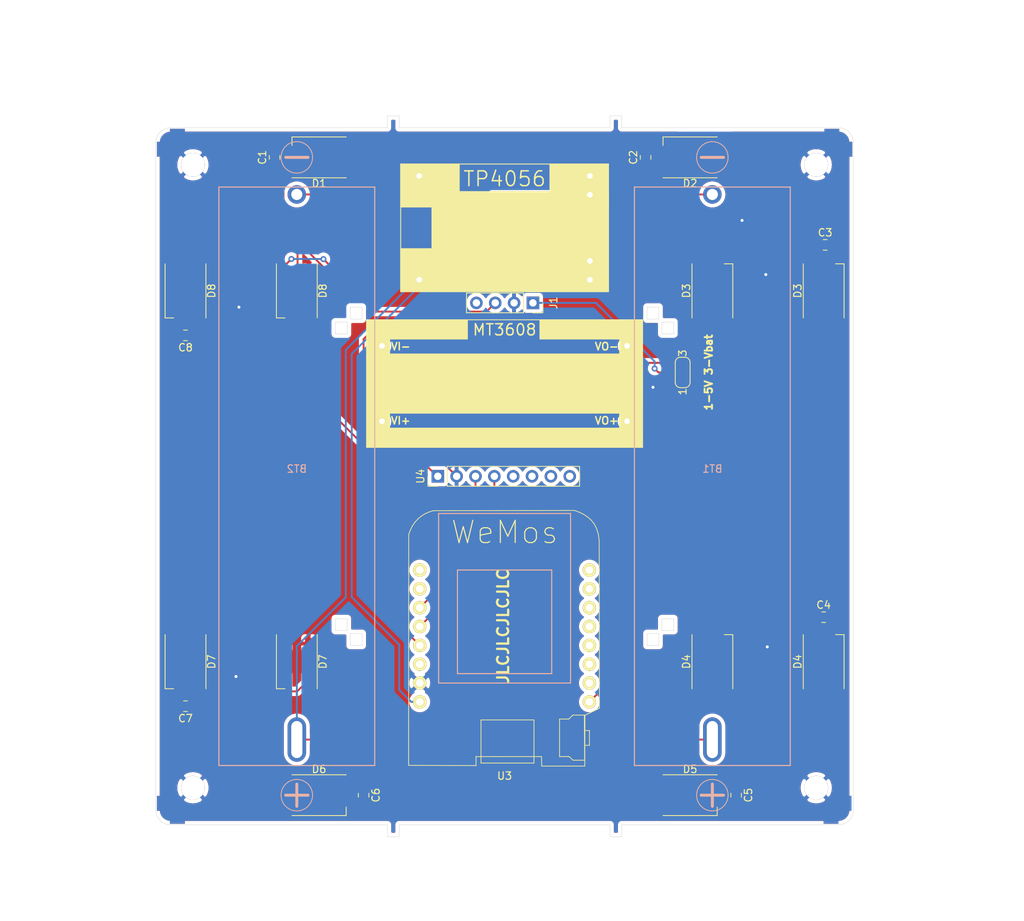
<source format=kicad_pcb>
(kicad_pcb (version 20210126) (generator pcbnew)
  (layers (0 "F.Cu" signal) (31 "B.Cu" signal) (34 "B.Paste" user) (35 "F.Paste" user) (36 "B.SilkS" user "B.Silkscreen") (37 "F.SilkS" user "F.Silkscreen") (38 "B.Mask" user) (39 "F.Mask" user) (44 "Edge.Cuts" user))
  (net 0 "")
  (net 1 "Net-(BT1-Pad2)")
  (net 2 "Net-(BT1-Pad1)")
  (net 3 "Net-(D1-Pad4)")
  (net 4 "Net-(D2-Pad4)")
  (net 5 "Net-(D3-Pad4)")
  (net 6 "Net-(D4-Pad4)")
  (net 7 "Net-(D5-Pad4)")
  (net 8 "Net-(D6-Pad4)")
  (net 9 "Net-(D7-Pad4)")
  (net 10 "Net-(D8-Pad4)")
  (net 11 "Vdrive")
  (net 12 "GND")
  (net 13 "SK2812")
  (net 14 "+BATT")
  (net 15 "Net-(JP1-Pad1)")
  (net 16 "+5V")
  (net 17 "Net-(U3-Pad9)")
  (net 18 "Net-(U3-Pad10)")
  (net 19 "Net-(U3-Pad11)")
  (net 20 "Net-(U3-Pad12)")
  (net 21 "Net-(U3-Pad13)")
  (net 22 "Net-(U3-Pad14)")
  (net 23 "Net-(U3-Pad15)")
  (net 24 "Net-(U3-Pad3)")
  (net 25 "SDA")
  (net 26 "SCL")
  (net 27 "Net-(U3-Pad7)")
  (net 28 "Net-(U3-Pad8)")
  (net 29 "Net-(U4-Pad8)")
  (net 30 "Net-(U4-Pad7)")
  (net 31 "Net-(U4-Pad6)")
  (net 32 "Net-(U4-Pad5)")
  (net 33 "Net-(J1-Pad4)")
  (footprint "LED_SMD:LED_SK6812_PLCC4_5.0x5.0mm_P3.2mm" (layer "F.Cu") (at 125 57 180)
    (fp_text reference "D1" (at 0 -3.5) (layer "F.SilkS"))
    (fp_text value "SK6812")
    (pad "1" smd rect (at 2.45 1.6 180) (size 1.5 1) (layers "F.Cu" "F.Paste" "F.Mask") (net 11 "Vdrive"))
    (pad "2" smd rect (at 2.45 -1.6 180) (size 1.5 1) (layers "F.Cu" "F.Paste" "F.Mask") (net 13 "SK2812"))
    (pad "3" smd rect (at -2.45 -1.6 180) (size 1.5 1) (layers "F.Cu" "F.Paste" "F.Mask") (net 12 "GND"))
    (pad "4" smd rect (at -2.45 1.6 180) (size 1.5 1) (layers "F.Cu" "F.Paste" "F.Mask") (net 3 "Net-(D1-Pad4)"))
  )
  (footprint "LED_SMD:LED_SK6812_PLCC4_5.0x5.0mm_P3.2mm" (layer "F.Cu") (at 175 57 180)
    (fp_text reference "D2" (at 0 -3.5) (layer "F.SilkS"))
    (fp_text value "SK6812")
    (pad "1" smd rect (at 2.45 1.6 180) (size 1.5 1) (layers "F.Cu" "F.Paste" "F.Mask") (net 11 "Vdrive"))
    (pad "2" smd rect (at 2.45 -1.6 180) (size 1.5 1) (layers "F.Cu" "F.Paste" "F.Mask") (net 3 "Net-(D1-Pad4)"))
    (pad "3" smd rect (at -2.45 -1.6 180) (size 1.5 1) (layers "F.Cu" "F.Paste" "F.Mask") (net 12 "GND"))
    (pad "4" smd rect (at -2.45 1.6 180) (size 1.5 1) (layers "F.Cu" "F.Paste" "F.Mask") (net 4 "Net-(D2-Pad4)"))
  )
  (footprint "LED_SMD:LED_SK6812_PLCC4_5.0x5.0mm_P3.2mm" (layer "F.Cu") (at 193 75 90)
    (fp_text reference "D3" (at 0 -3.5 90) (layer "F.SilkS"))
    (fp_text value "SK6812")
    (pad "1" smd rect (at 2.45 1.6 90) (size 1.5 1) (layers "F.Cu" "F.Paste" "F.Mask") (net 11 "Vdrive"))
    (pad "2" smd rect (at 2.45 -1.6 90) (size 1.5 1) (layers "F.Cu" "F.Paste" "F.Mask") (net 4 "Net-(D2-Pad4)"))
    (pad "3" smd rect (at -2.45 -1.6 90) (size 1.5 1) (layers "F.Cu" "F.Paste" "F.Mask") (net 12 "GND"))
    (pad "4" smd rect (at -2.45 1.6 90) (size 1.5 1) (layers "F.Cu" "F.Paste" "F.Mask") (net 5 "Net-(D3-Pad4)"))
  )
  (footprint "LED_SMD:LED_SK6812_PLCC4_5.0x5.0mm_P3.2mm" (layer "F.Cu") (at 193 125 90)
    (fp_text reference "D4" (at 0 -3.5 90) (layer "F.SilkS"))
    (fp_text value "SK6812")
    (pad "1" smd rect (at 2.45 1.6 90) (size 1.5 1) (layers "F.Cu" "F.Paste" "F.Mask") (net 11 "Vdrive"))
    (pad "2" smd rect (at 2.45 -1.6 90) (size 1.5 1) (layers "F.Cu" "F.Paste" "F.Mask") (net 5 "Net-(D3-Pad4)"))
    (pad "3" smd rect (at -2.45 -1.6 90) (size 1.5 1) (layers "F.Cu" "F.Paste" "F.Mask") (net 12 "GND"))
    (pad "4" smd rect (at -2.45 1.6 90) (size 1.5 1) (layers "F.Cu" "F.Paste" "F.Mask") (net 6 "Net-(D4-Pad4)"))
  )
  (footprint "LED_SMD:LED_SK6812_PLCC4_5.0x5.0mm_P3.2mm" (layer "F.Cu") (at 125 143)
    (fp_text reference "D6" (at 0 -3.5) (layer "F.SilkS"))
    (fp_text value "SK6812")
    (pad "1" smd rect (at 2.45 1.6) (size 1.5 1) (layers "F.Cu" "F.Paste" "F.Mask") (net 11 "Vdrive"))
    (pad "2" smd rect (at 2.45 -1.6) (size 1.5 1) (layers "F.Cu" "F.Paste" "F.Mask") (net 7 "Net-(D5-Pad4)"))
    (pad "3" smd rect (at -2.45 -1.6) (size 1.5 1) (layers "F.Cu" "F.Paste" "F.Mask") (net 12 "GND"))
    (pad "4" smd rect (at -2.45 1.6) (size 1.5 1) (layers "F.Cu" "F.Paste" "F.Mask") (net 8 "Net-(D6-Pad4)"))
  )
  (footprint "LED_SMD:LED_SK6812_PLCC4_5.0x5.0mm_P3.2mm" (layer "F.Cu") (at 107 125 -90)
    (fp_text reference "D7" (at 0 -3.5 90) (layer "F.SilkS"))
    (fp_text value "SK6812")
    (pad "1" smd rect (at 2.45 1.6 270) (size 1.5 1) (layers "F.Cu" "F.Paste" "F.Mask") (net 11 "Vdrive"))
    (pad "2" smd rect (at 2.45 -1.6 270) (size 1.5 1) (layers "F.Cu" "F.Paste" "F.Mask") (net 8 "Net-(D6-Pad4)"))
    (pad "3" smd rect (at -2.45 -1.6 270) (size 1.5 1) (layers "F.Cu" "F.Paste" "F.Mask") (net 12 "GND"))
    (pad "4" smd rect (at -2.45 1.6 270) (size 1.5 1) (layers "F.Cu" "F.Paste" "F.Mask") (net 9 "Net-(D7-Pad4)"))
  )
  (footprint "LED_SMD:LED_SK6812_PLCC4_5.0x5.0mm_P3.2mm" (layer "F.Cu") (at 107 75 -90)
    (fp_text reference "D8" (at 0 -3.5 90) (layer "F.SilkS"))
    (fp_text value "SK6812")
    (pad "1" smd rect (at 2.45 1.6 270) (size 1.5 1) (layers "F.Cu" "F.Paste" "F.Mask") (net 11 "Vdrive"))
    (pad "2" smd rect (at 2.45 -1.6 270) (size 1.5 1) (layers "F.Cu" "F.Paste" "F.Mask") (net 9 "Net-(D7-Pad4)"))
    (pad "3" smd rect (at -2.45 -1.6 270) (size 1.5 1) (layers "F.Cu" "F.Paste" "F.Mask") (net 12 "GND"))
    (pad "4" smd rect (at -2.45 1.6 270) (size 1.5 1) (layers "F.Cu" "F.Paste" "F.Mask") (net 10 "Net-(D8-Pad4)"))
  )
  (footprint "LED_SMD:LED_SK6812_PLCC4_5.0x5.0mm_P3.2mm" (layer "F.Cu") (at 175 143)
    (fp_text reference "D5" (at 0 -3.5) (layer "F.SilkS"))
    (fp_text value "SK6812")
    (pad "1" smd rect (at 2.45 1.6) (size 1.5 1) (layers "F.Cu" "F.Paste" "F.Mask") (net 11 "Vdrive"))
    (pad "2" smd rect (at 2.45 -1.6) (size 1.5 1) (layers "F.Cu" "F.Paste" "F.Mask") (net 6 "Net-(D4-Pad4)"))
    (pad "3" smd rect (at -2.45 -1.6) (size 1.5 1) (layers "F.Cu" "F.Paste" "F.Mask") (net 12 "GND"))
    (pad "4" smd rect (at -2.45 1.6) (size 1.5 1) (layers "F.Cu" "F.Paste" "F.Mask") (net 7 "Net-(D5-Pad4)"))
  )
  (footprint "Capacitor_SMD:C_0805_2012Metric" (layer "F.Cu") (at 193.2 68.8)
    (fp_text reference "C3" (at 0 -1.65) (layer "F.SilkS"))
    (fp_text value "C_Small")
    (pad "1" smd roundrect (at -0.9375 0) (size 0.975 1.4) (layers "F.Cu" "F.Paste" "F.Mask") (net 12 "GND"))
    (pad "2" smd roundrect (at 0.9375 0) (size 0.975 1.4) (layers "F.Cu" "F.Paste" "F.Mask") (net 11 "Vdrive"))
  )
  (footprint "Capacitor_SMD:C_0805_2012Metric" (layer "F.Cu") (at 193 119)
    (fp_text reference "C4" (at 0 -1.65) (layer "F.SilkS"))
    (fp_text value "C_Small")
    (pad "1" smd roundrect (at -0.9375 0) (size 0.975 1.4) (layers "F.Cu" "F.Paste" "F.Mask") (net 12 "GND"))
    (pad "2" smd roundrect (at 0.9375 0) (size 0.975 1.4) (layers "F.Cu" "F.Paste" "F.Mask") (net 11 "Vdrive"))
  )
  (footprint "Capacitor_SMD:C_0805_2012Metric" (layer "F.Cu") (at 181.2 143 -90)
    (fp_text reference "C5" (at 0 -1.65 90) (layer "F.SilkS"))
    (fp_text value "C_Small")
    (pad "1" smd roundrect (at -0.9375 0 270) (size 0.975 1.4) (layers "F.Cu" "F.Paste" "F.Mask") (net 12 "GND"))
    (pad "2" smd roundrect (at 0.9375 0 270) (size 0.975 1.4) (layers "F.Cu" "F.Paste" "F.Mask") (net 11 "Vdrive"))
  )
  (footprint "Capacitor_SMD:C_0805_2012Metric" (layer "F.Cu") (at 131 143 -90)
    (fp_text reference "C6" (at 0 -1.65 90) (layer "F.SilkS"))
    (fp_text value "C_Small")
    (pad "1" smd roundrect (at -0.9375 0 270) (size 0.975 1.4) (layers "F.Cu" "F.Paste" "F.Mask") (net 12 "GND"))
    (pad "2" smd roundrect (at 0.9375 0 270) (size 0.975 1.4) (layers "F.Cu" "F.Paste" "F.Mask") (net 11 "Vdrive"))
  )
  (footprint "Capacitor_SMD:C_0805_2012Metric" (layer "F.Cu") (at 107 131 180)
    (fp_text reference "C7" (at 0 -1.65) (layer "F.SilkS"))
    (fp_text value "C_Small")
    (pad "1" smd roundrect (at -0.9375 0 180) (size 0.975 1.4) (layers "F.Cu" "F.Paste" "F.Mask") (net 12 "GND"))
    (pad "2" smd roundrect (at 0.9375 0 180) (size 0.975 1.4) (layers "F.Cu" "F.Paste" "F.Mask") (net 11 "Vdrive"))
  )
  (footprint "Jumper:SolderJumper-3_P1.3mm_Open_RoundedPad1.0x1.5mm_NumberLabels" (layer "F.Cu") (at 174 86 90)
    (fp_text reference "JP1" hide)
    (fp_text value "SolderJumper_3_Open")
    (fp_text user "1" (at -2.6 0 90) (layer "F.SilkS"))
    (fp_text user "3" (at 2.6 0 90) (layer "F.SilkS"))
    (pad "1" smd custom (at -1.3 0 90) (size 1 0.5) (layers "F.Cu" "F.Mask") (net 15 "Net-(JP1-Pad1)") (options (clearance outline) (anchor rect)) (primitives (gr_circle (center 0 0.25) (end 0.5 0.25) (width 0) (fill yes)) (gr_circle (center 0 -0.25) (end 0.5 -0.25) (width 0) (fill yes)) (gr_poly (pts (xy 0.55 -0.75) (xy 0 -0.75) (xy 0 0.75) (xy 0.55 0.75)) (width 0) (fill yes))))
    (pad "2" smd rect (at 0 0 90) (size 1 1.5) (layers "F.Cu" "F.Mask") (net 11 "Vdrive"))
    (pad "3" smd custom (at 1.3 0 90) (size 1 0.5) (layers "F.Cu" "F.Mask") (net 14 "+BATT") (options (clearance outline) (anchor rect)) (primitives (gr_circle (center 0 0.25) (end 0.5 0.25) (width 0) (fill yes)) (gr_circle (center 0 -0.25) (end 0.5 -0.25) (width 0) (fill yes)) (gr_poly (pts (xy -0.55 -0.75) (xy 0 -0.75) (xy 0 0.75) (xy -0.55 0.75)) (width 0) (fill yes))))
  )
  (footprint "BamboulabFootprints:TP4056board" (layer "F.Cu") (at 150 66.5)
    (fp_text reference "U1" hide)
    (fp_text value "TP4056board")
    (fp_text user "TP4056" (at 0 -6.6) (layer "F.SilkS") (effects (font (size 2 2) (thickness 0.2))))
    (pad "1" thru_hole circle (at -11.5 7) (size 1.524 1.524) (drill 0.762) (layers *.Cu *.Mask) (net 16 "+5V"))
    (pad "2" thru_hole circle (at -11.5 -7) (size 1.524 1.524) (drill 0.762) (layers *.Cu *.Mask) (net 12 "GND"))
    (pad "3" thru_hole circle (at 11.5 7) (size 1.524 1.524) (drill 0.762) (layers *.Cu *.Mask) (net 12 "GND"))
    (pad "4" thru_hole circle (at 11.5 4.46) (size 1.524 1.524) (drill 0.762) (layers *.Cu *.Mask) (net 1 "Net-(BT1-Pad2)"))
    (pad "5" thru_hole circle (at 11.5 -4.46) (size 1.524 1.524) (drill 0.762) (layers *.Cu *.Mask) (net 2 "Net-(BT1-Pad1)"))
    (pad "6" thru_hole circle (at 11.5 -7) (size 1.524 1.524) (drill 0.762) (layers *.Cu *.Mask) (net 14 "+BATT"))
  )
  (footprint "BamboulabFootprints:MT3608board" (layer "F.Cu") (at 150 87.5 180)
    (fp_text reference "U2" hide)
    (fp_text value "MT3608board")
    (fp_text user "VO+" (at -13.75 -5 180) (layer "F.SilkS") (effects (font (thickness 0.2))))
    (fp_text user "VO-" (at -13.75 5 180) (layer "F.SilkS") (effects (font (thickness 0.2))))
    (fp_text user "VI-" (at 14 5) (layer "F.SilkS") (effects (font (thickness 0.2))))
    (fp_text user "VI+" (at 14 -5 180) (layer "F.SilkS") (effects (font (thickness 0.2))))
    (fp_text user "MT3608" (at 0 7.25 180) (layer "F.SilkS") (effects (font (size 1.5 1.5) (thickness 0.2))))
    (pad "1" thru_hole circle (at 16.52 -5.08) (size 1.524 1.524) (drill 0.762) (layers *.Cu *.Mask) (net 14 "+BATT"))
    (pad "2" thru_hole circle (at 16.52 5.08) (size 1.524 1.524) (drill 0.762) (layers *.Cu *.Mask) (net 12 "GND"))
    (pad "3" thru_hole circle (at -16.51 5.08) (size 1.524 1.524) (drill 0.762) (layers *.Cu *.Mask) (net 12 "GND"))
    (pad "4" thru_hole circle (at -16.51 -5.08) (size 1.524 1.524) (drill 0.762) (layers *.Cu *.Mask) (net 15 "Net-(JP1-Pad1)"))
  )
  (footprint "BamboulabFootprints:D1_mini_board" (layer "F.Cu") (at 150 122.8)
    (fp_text reference "U3" (at 0 17.6) (layer "F.SilkS"))
    (fp_text value "WeMos_mini")
    (fp_text user "WeMos" (at 0 -15.24) (layer "F.SilkS") (effects (font (size 3 3))))
    (pad "1" thru_hole circle (at -11.43 7.62) (size 1.8 1.8) (drill 1.016) (layers *.Cu *.Mask "F.SilkS") (net 16 "+5V"))
    (pad "2" thru_hole circle (at -11.43 5.08) (size 1.8 1.8) (drill 1.016) (layers *.Cu *.Mask "F.SilkS") (net 12 "GND"))
    (pad "3" thru_hole circle (at -11.43 2.54) (size 1.8 1.8) (drill 1.016) (layers *.Cu *.Mask "F.SilkS") (net 24 "Net-(U3-Pad3)"))
    (pad "4" thru_hole circle (at -11.43 0) (size 1.8 1.8) (drill 1.016) (layers *.Cu *.Mask "F.SilkS") (net 13 "SK2812"))
    (pad "5" thru_hole circle (at -11.43 -2.54) (size 1.8 1.8) (drill 1.016) (layers *.Cu *.Mask "F.SilkS") (net 25 "SDA"))
    (pad "6" thru_hole circle (at -11.43 -5.08) (size 1.8 1.8) (drill 1.016) (layers *.Cu *.Mask "F.SilkS") (net 26 "SCL"))
    (pad "7" thru_hole circle (at -11.43 -7.62) (size 1.8 1.8) (drill 1.016) (layers *.Cu *.Mask "F.SilkS") (net 27 "Net-(U3-Pad7)"))
    (pad "8" thru_hole circle (at -11.43 -10.16) (size 1.8 1.8) (drill 1.016) (layers *.Cu *.Mask "F.SilkS") (net 28 "Net-(U3-Pad8)"))
    (pad "9" thru_hole circle (at 11.43 -10.16) (size 1.8 1.8) (drill 1.016) (layers *.Cu *.Mask "F.SilkS") (net 17 "Net-(U3-Pad9)"))
    (pad "10" thru_hole circle (at 11.43 -7.62) (size 1.8 1.8) (drill 1.016) (layers *.Cu *.Mask "F.SilkS") (net 18 "Net-(U3-Pad10)"))
    (pad "11" thru_hole circle (at 11.43 -5.08) (size 1.8 1.8) (drill 1.016) (layers *.Cu *.Mask "F.SilkS") (net 19 "Net-(U3-Pad11)"))
    (pad "12" thru_hole circle (at 11.43 -2.54) (size 1.8 1.8) (drill 1.016) (layers *.Cu *.Mask "F.SilkS") (net 20 "Net-(U3-Pad12)"))
    (pad "13" thru_hole circle (at 11.43 0) (size 1.8 1.8) (drill 1.016) (layers *.Cu *.Mask "F.SilkS") (net 21 "Net-(U3-Pad13)"))
    (pad "14" thru_hole circle (at 11.43 2.54) (size 1.8 1.8) (drill 1.016) (layers *.Cu *.Mask "F.SilkS") (net 22 "Net-(U3-Pad14)"))
    (pad "15" thru_hole circle (at 11.43 5.08) (size 1.8 1.8) (drill 1.016) (layers *.Cu *.Mask "F.SilkS") (net 23 "Net-(U3-Pad15)"))
    (pad "16" thru_hole circle (at 11.43 7.62) (size 1.8 1.8) (drill 1.016) (layers *.Cu *.Mask "F.SilkS") (net 14 "+BATT"))
  )
  (footprint "Capacitor_SMD:C_0805_2012Metric" (layer "F.Cu") (at 169 57 90)
    (fp_text reference "C2" (at 0 -1.65 90) (layer "F.SilkS"))
    (fp_text value "C_Small")
    (pad "1" smd roundrect (at -0.9375 0 90) (size 0.975 1.4) (layers "F.Cu" "F.Paste" "F.Mask") (net 12 "GND"))
    (pad "2" smd roundrect (at 0.9375 0 90) (size 0.975 1.4) (layers "F.Cu" "F.Paste" "F.Mask") (net 11 "Vdrive"))
  )
  (footprint "Capacitor_SMD:C_0805_2012Metric" (layer "F.Cu") (at 119 57 90)
    (fp_text reference "C1" (at 0 -1.65 90) (layer "F.SilkS"))
    (fp_text value "C_Small")
    (pad "1" smd roundrect (at -0.9375 0 90) (size 0.975 1.4) (layers "F.Cu" "F.Paste" "F.Mask") (net 12 "GND"))
    (pad "2" smd roundrect (at 0.9375 0 90) (size 0.975 1.4) (layers "F.Cu" "F.Paste" "F.Mask") (net 11 "Vdrive"))
  )
  (footprint "Connector_PinHeader_2.54mm:PinHeader_1x08_P2.54mm_Vertical" (layer "F.Cu") (at 141 100 90)
    (fp_text reference "U4" (at 0 -2.33 90) (layer "F.SilkS"))
    (fp_text value "MPU6050board")
    (pad "1" thru_hole rect (at 0 0 90) (size 1.7 1.7) (drill 1) (layers *.Cu *.Mask) (net 14 "+BATT"))
    (pad "2" thru_hole oval (at 0 2.54 90) (size 1.7 1.7) (drill 1) (layers *.Cu *.Mask) (net 12 "GND"))
    (pad "3" thru_hole oval (at 0 5.08 90) (size 1.7 1.7) (drill 1) (layers *.Cu *.Mask) (net 26 "SCL"))
    (pad "4" thru_hole oval (at 0 7.62 90) (size 1.7 1.7) (drill 1) (layers *.Cu *.Mask) (net 25 "SDA"))
    (pad "5" thru_hole oval (at 0 10.16 90) (size 1.7 1.7) (drill 1) (layers *.Cu *.Mask) (net 32 "Net-(U4-Pad5)"))
    (pad "6" thru_hole oval (at 0 12.7 90) (size 1.7 1.7) (drill 1) (layers *.Cu *.Mask) (net 31 "Net-(U4-Pad6)"))
    (pad "7" thru_hole oval (at 0 15.24 90) (size 1.7 1.7) (drill 1) (layers *.Cu *.Mask) (net 30 "Net-(U4-Pad7)"))
    (pad "8" thru_hole oval (at 0 17.78 90) (size 1.7 1.7) (drill 1) (layers *.Cu *.Mask) (net 29 "Net-(U4-Pad8)"))
  )
  (footprint "MountingHole:MountingHole_3.2mm_M3" (layer "F.Cu") (at 108 142)
    (fp_text reference "REF**" hide)
    (fp_text value "MountingHole_3.2mm_M3")
    (pad "1" thru_hole circle (at 0 0) (size 3.2 3.2) (drill 3.2) (layers *.Cu *.Mask) (net 12 "GND"))
  )
  (footprint "MountingHole:MountingHole_3.2mm_M3" (layer "F.Cu") (at 192 142)
    (fp_text reference "REF**" hide)
    (fp_text value "MountingHole_3.2mm_M3")
    (pad "1" thru_hole circle (at 0 0) (size 3.2 3.2) (drill 3.2) (layers *.Cu *.Mask) (net 12 "GND"))
  )
  (footprint "Capacitor_SMD:C_0805_2012Metric" (layer "F.Cu") (at 107 81 180)
    (fp_text reference "C8" (at 0 -1.65) (layer "F.SilkS"))
    (fp_text value "C_Small")
    (pad "1" smd roundrect (at -0.9375 0 180) (size 0.975 1.4) (layers "F.Cu" "F.Paste" "F.Mask") (net 12 "GND"))
    (pad "2" smd roundrect (at 0.9375 0 180) (size 0.975 1.4) (layers "F.Cu" "F.Paste" "F.Mask") (net 11 "Vdrive"))
  )
  (footprint "MountingHole:MountingHole_3.2mm_M3" (layer "F.Cu") (at 192 58)
    (fp_text reference "REF**" hide)
    (fp_text value "MountingHole_3.2mm_M3")
    (pad "1" thru_hole circle (at 0 0) (size 3.2 3.2) (drill 3.2) (layers *.Cu *.Mask) (net 12 "GND"))
  )
  (footprint "LED_SMD:LED_SK6812_PLCC4_5.0x5.0mm_P3.2mm" (layer "F.Cu") (at 178 75 90)
    (fp_text reference "D3" (at 0 -3.5 90) (layer "F.SilkS"))
    (fp_text value "SK6812")
    (pad "1" smd rect (at 2.45 1.6 90) (size 1.5 1) (layers "F.Cu" "F.Paste" "F.Mask") (net 11 "Vdrive"))
    (pad "2" smd rect (at 2.45 -1.6 90) (size 1.5 1) (layers "F.Cu" "F.Paste" "F.Mask") (net 4 "Net-(D2-Pad4)"))
    (pad "3" smd rect (at -2.45 -1.6 90) (size 1.5 1) (layers "F.Cu" "F.Paste" "F.Mask") (net 12 "GND"))
    (pad "4" smd rect (at -2.45 1.6 90) (size 1.5 1) (layers "F.Cu" "F.Paste" "F.Mask") (net 5 "Net-(D3-Pad4)"))
  )
  (footprint "LED_SMD:LED_SK6812_PLCC4_5.0x5.0mm_P3.2mm" (layer "F.Cu") (at 178 125 90)
    (fp_text reference "D4" (at 0 -3.5 90) (layer "F.SilkS"))
    (fp_text value "SK6812")
    (pad "1" smd rect (at 2.45 1.6 90) (size 1.5 1) (layers "F.Cu" "F.Paste" "F.Mask") (net 11 "Vdrive"))
    (pad "2" smd rect (at 2.45 -1.6 90) (size 1.5 1) (layers "F.Cu" "F.Paste" "F.Mask") (net 5 "Net-(D3-Pad4)"))
    (pad "3" smd rect (at -2.45 -1.6 90) (size 1.5 1) (layers "F.Cu" "F.Paste" "F.Mask") (net 12 "GND"))
    (pad "4" smd rect (at -2.45 1.6 90) (size 1.5 1) (layers "F.Cu" "F.Paste" "F.Mask") (net 6 "Net-(D4-Pad4)"))
  )
  (footprint "LED_SMD:LED_SK6812_PLCC4_5.0x5.0mm_P3.2mm" (layer "F.Cu") (at 122 125 -90)
    (fp_text reference "D7" (at 0 -3.5 90) (layer "F.SilkS"))
    (fp_text value "SK6812")
    (pad "1" smd rect (at 2.45 1.6 270) (size 1.5 1) (layers "F.Cu" "F.Paste" "F.Mask") (net 11 "Vdrive"))
    (pad "2" smd rect (at 2.45 -1.6 270) (size 1.5 1) (layers "F.Cu" "F.Paste" "F.Mask") (net 8 "Net-(D6-Pad4)"))
    (pad "3" smd rect (at -2.45 -1.6 270) (size 1.5 1) (layers "F.Cu" "F.Paste" "F.Mask") (net 12 "GND"))
    (pad "4" smd rect (at -2.45 1.6 270) (size 1.5 1) (layers "F.Cu" "F.Paste" "F.Mask") (net 9 "Net-(D7-Pad4)"))
  )
  (footprint "LED_SMD:LED_SK6812_PLCC4_5.0x5.0mm_P3.2mm" (layer "F.Cu") (at 122 75 -90)
    (fp_text reference "D8" (at 0 -3.5 90) (layer "F.SilkS"))
    (fp_text value "SK6812")
    (pad "1" smd rect (at 2.45 1.6 270) (size 1.5 1) (layers "F.Cu" "F.Paste" "F.Mask") (net 11 "Vdrive"))
    (pad "2" smd rect (at 2.45 -1.6 270) (size 1.5 1) (layers "F.Cu" "F.Paste" "F.Mask") (net 9 "Net-(D7-Pad4)"))
    (pad "3" smd rect (at -2.45 -1.6 270) (size 1.5 1) (layers "F.Cu" "F.Paste" "F.Mask") (net 12 "GND"))
    (pad "4" smd rect (at -2.45 1.6 270) (size 1.5 1) (layers "F.Cu" "F.Paste" "F.Mask") (net 10 "Net-(D8-Pad4)"))
  )
  (footprint "Connector_PinSocket_2.54mm:PinSocket_1x04_P2.54mm_Vertical" (layer "F.Cu") (at 153.82 76.62 -90)
    (fp_text reference "J1" (at 0 -2.77 90) (layer "F.SilkS"))
    (fp_text value "LED Panel Connector")
    (pad "1" thru_hole rect (at 0 0 270) (size 1.7 1.7) (drill 1) (layers *.Cu *.Mask) (net 11 "Vdrive"))
    (pad "2" thru_hole oval (at 0 2.54 270) (size 1.7 1.7) (drill 1) (layers *.Cu *.Mask) (net 12 "GND"))
    (pad "3" thru_hole oval (at 0 5.08 270) (size 1.7 1.7) (drill 1) (layers *.Cu *.Mask) (net 10 "Net-(D8-Pad4)"))
    (pad "4" thru_hole oval (at 0 7.62 270) (size 1.7 1.7) (drill 1) (layers *.Cu *.Mask) (net 33 "Net-(J1-Pad4)"))
  )
  (footprint "BamboulabFootprints:Center_Hole_Dial_2.05" (layer "F.Cu") (at 103.9 50.52 90)
    (fp_text reference "REF**" hide)
    (fp_text value "Center_Hole_Dial_2.05" hide)
    (pad "1" smd rect (at -5.38 0 90) (size 2 1.5) (layers "F.Cu" "F.Paste" "F.Mask"))
  )
  (footprint "MountingHole:MountingHole_3.2mm_M3" (layer "F.Cu") (at 108 58)
    (fp_text reference "REF**" hide)
    (fp_text value "MountingHole_3.2mm_M3")
    (pad "1" thru_hole circle (at 0 0) (size 3.2 3.2) (drill 3.2) (layers *.Cu *.Mask) (net 12 "GND"))
  )
  (footprint "BamboulabFootprints:Center_Hole_Dial_2.05" (layer "F.Cu") (at 188.62 146.1 180)
    (fp_text reference "REF**" hide)
    (fp_text value "Center_Hole_Dial_2.05" hide)
    (pad "1" smd rect (at -5.38 0 180) (size 2 1.5) (layers "F.Cu" "F.Paste" "F.Mask"))
  )
  (footprint "BamboulabFootprints:Center_Hole_Dial_2.05" (layer "F.Cu") (at 103.9 138.72 90)
    (fp_text reference "REF**" hide)
    (fp_text value "Center_Hole_Dial_2.05" hide)
    (pad "1" smd rect (at -5.38 0 90) (size 2 1.5) (layers "F.Cu" "F.Paste" "F.Mask"))
  )
  (footprint "BamboulabFootprints:Center_Hole_Dial_2.05" (layer "F.Cu") (at 196.1 61.28 -90)
    (fp_text reference "REF**" hide)
    (fp_text value "Center_Hole_Dial_2.05" hide)
    (pad "1" smd rect (at -5.38 0 270) (size 2 1.5) (layers "F.Cu" "F.Paste" "F.Mask"))
  )
  (footprint "BamboulabFootprints:Center_Hole_Dial_2.05" (layer "F.Cu") (at 196 149.48 -90)
    (fp_text reference "REF**" hide)
    (fp_text value "Center_Hole_Dial_2.05" hide)
    (pad "1" smd rect (at -5.38 0 270) (size 2 1.5) (layers "F.Cu" "F.Paste" "F.Mask"))
  )
  (footprint "BamboulabFootprints:Center_Hole_Dial_2.05" (layer "F.Cu") (at 100.52 146.1 180)
    (fp_text reference "REF**" hide)
    (fp_text value "Center_Hole_Dial_2.05" hide)
    (pad "1" smd rect (at -5.38 0 180) (size 2 1.5) (layers "F.Cu" "F.Paste" "F.Mask"))
  )
  (footprint "BamboulabFootprints:Center_Hole_Dial_2.05" (layer "F.Cu") (at 199.48 53.9)
    (fp_text reference "REF**" hide)
    (fp_text value "Center_Hole_Dial_2.05" hide)
    (pad "1" smd rect (at -5.38 0) (size 2 1.5) (layers "F.Cu" "F.Paste" "F.Mask"))
  )
  (footprint "BamboulabFootprints:Center_Hole_Dial_2.05" (layer "F.Cu") (at 111.28 53.9)
    (fp_text reference "REF**" hide)
    (fp_text value "Center_Hole_Dial_2.05" hide)
    (pad "1" smd rect (at -5.38 0) (size 2 1.5) (layers "F.Cu" "F.Paste" "F.Mask"))
  )
  (footprint "BamboulabFootprints:18650_Holder" (layer "B.Cu") (at 178 100)
    (fp_text reference "BT1" (at 0 -1) (layer "B.SilkS") (effects (justify mirror)))
    (fp_text value "Battery_Cell")
    (pad "1" thru_hole oval (at 0 35.5) (size 2.5 6) (drill oval 1.5 5) (layers *.Cu *.Mask) (net 2 "Net-(BT1-Pad1)"))
    (pad "2" thru_hole circle (at 0 -38) (size 2.5 2.5) (drill 1.5) (layers *.Cu *.Mask) (net 1 "Net-(BT1-Pad2)"))
  )
  (footprint "BamboulabFootprints:18650_Holder" (layer "B.Cu") (at 122 100)
    (fp_text reference "BT2" (at 0 -1) (layer "B.SilkS") (effects (justify mirror)))
    (fp_text value "Battery_Cell")
    (pad "1" thru_hole oval (at 0 35.5) (size 2.5 6) (drill oval 1.5 5) (layers *.Cu *.Mask) (net 2 "Net-(BT1-Pad1)"))
    (pad "2" thru_hole circle (at 0 -38) (size 2.5 2.5) (drill 1.5) (layers *.Cu *.Mask) (net 1 "Net-(BT1-Pad2)"))
  )
  (footprint "BamboulabFootprints:Center_Hole_Dial_2.05" (layer "B.Cu") (at 188.72 53.9 180)
    (fp_text reference "REF**" hide)
    (fp_text value "Center_Hole_Dial_2.05" hide)
    (pad "1" smd rect (at -5.38 0 180) (size 2 1.5) (layers "B.Cu" "B.Paste" "B.Mask"))
  )
  (footprint "BamboulabFootprints:Center_Hole_Dial_2.05" (layer "B.Cu") (at 196 138.72 90)
    (fp_text reference "REF**" hide)
    (fp_text value "Center_Hole_Dial_2.05" hide)
    (pad "1" smd rect (at -5.38 0 90) (size 2 1.5) (layers "B.Cu" "B.Paste" "B.Mask"))
  )
  (footprint "BamboulabFootprints:Center_Hole_Dial_2.05" (layer "B.Cu") (at 111.28 146.1)
    (fp_text reference "REF**" hide)
    (fp_text value "Center_Hole_Dial_2.05" hide)
    (pad "1" smd rect (at -5.38 0) (size 2 1.5) (layers "B.Cu" "B.Paste" "B.Mask"))
  )
  (footprint "BamboulabFootprints:Center_Hole_Dial_2.05" (layer "B.Cu") (at 103.9 61.28 -90)
    (fp_text reference "REF**" hide)
    (fp_text value "Center_Hole_Dial_2.05" hide)
    (pad "1" smd rect (at -5.38 0 270) (size 2 1.5) (layers "B.Cu" "B.Paste" "B.Mask"))
  )
  (footprint "BamboulabFootprints:Center_Hole_Dial_2.05" (layer "B.Cu") (at 199.38 146.1)
    (fp_text reference "REF**" hide)
    (fp_text value "Center_Hole_Dial_2.05" hide)
    (pad "1" smd rect (at -5.38 0) (size 2 1.5) (layers "B.Cu" "B.Paste" "B.Mask"))
  )
  (footprint "BamboulabFootprints:Center_Hole_Dial_2.05" (layer "B.Cu") (at 103.9 149.48 -90)
    (fp_text reference "REF**" hide)
    (fp_text value "Center_Hole_Dial_2.05" hide)
    (pad "1" smd rect (at -5.38 0 270) (size 2 1.5) (layers "B.Cu" "B.Paste" "B.Mask"))
  )
  (footprint "BamboulabFootprints:Center_Hole_Dial_2.05" (layer "B.Cu") (at 100.52 53.9 180)
    (fp_text reference "REF**" hide)
    (fp_text value "Center_Hole_Dial_2.05" hide)
    (pad "1" smd rect (at -5.38 0 180) (size 2 1.5) (layers "B.Cu" "B.Paste" "B.Mask"))
  )
  (footprint "BamboulabFootprints:Center_Hole_Dial_2.05" (layer "B.Cu") (at 196.1 50.52 90)
    (fp_text reference "REF**" hide)
    (fp_text value "Center_Hole_Dial_2.05" hide)
    (pad "1" smd rect (at -5.38 0 90) (size 2 1.5) (layers "B.Cu" "B.Paste" "B.Mask"))
  )
  (gr_line (start 103 145) (end 103 55) (layer "Edge.Cuts") (width 0.05))
  (gr_line (start 135.8 53) (end 164.2 53) (layer "Edge.Cuts") (width 0.05))
  (gr_line (start 134.2 51.4) (end 134.2 53) (layer "Edge.Cuts") (width 0.05))
  (gr_line (start 165.8 53) (end 195 53) (layer "Edge.Cuts") (width 0.05))
  (gr_line (start 105 147) (end 134.2 147) (layer "Edge.Cuts") (width 0.05))
  (gr_line (start 135.8 148.6) (end 135.8 147) (layer "Edge.Cuts") (width 0.05))
  (gr_line (start 135.8 148.6) (end 134.2 148.6) (layer "Edge.Cuts") (width 0.05))
  (gr_line (start 135.8 147) (end 164.2 147) (layer "Edge.Cuts") (width 0.05))
  (gr_line (start 164.2 148.6) (end 164.2 147) (layer "Edge.Cuts") (width 0.05))
  (gr_line (start 165.8 147) (end 165.8 148.6) (layer "Edge.Cuts") (width 0.05))
  (gr_line (start 164.2 148.6) (end 165.8 148.6) (layer "Edge.Cuts") (width 0.05))
  (gr_line (start 134.2 147) (end 134.2 148.6) (layer "Edge.Cuts") (width 0.05))
  (gr_line (start 165.8 147) (end 195 147) (layer "Edge.Cuts") (width 0.05))
  (gr_line (start 128.8 79.2) (end 128.8 80.8) (layer "Edge.Cuts") (width 0.05))
  (gr_line (start 128.8 80.8) (end 127.2 80.8) (layer "Edge.Cuts") (width 0.05))
  (gr_line (start 127.2 79.2) (end 127.2 80.8) (layer "Edge.Cuts") (width 0.05))
  (gr_line (start 128.8 79.2) (end 127.2 79.2) (layer "Edge.Cuts") (width 0.05))
  (gr_line (start 130.8 77.2) (end 129.2 77.2) (layer "Edge.Cuts") (width 0.05))
  (gr_line (start 129.2 77.2) (end 129.2 78.8) (layer "Edge.Cuts") (width 0.05))
  (gr_line (start 130.8 77.2) (end 130.8 78.8) (layer "Edge.Cuts") (width 0.05))
  (gr_line (start 130.8 78.8) (end 129.2 78.8) (layer "Edge.Cuts") (width 0.05))
  (gr_line (start 170.8 121.2) (end 169.2 121.2) (layer "Edge.Cuts") (width 0.05))
  (gr_line (start 172.8 119.2) (end 171.2 119.2) (layer "Edge.Cuts") (width 0.05))
  (gr_line (start 169.2 121.2) (end 169.2 122.8) (layer "Edge.Cuts") (width 0.05))
  (gr_line (start 170.8 121.2) (end 170.8 122.8) (layer "Edge.Cuts") (width 0.05))
  (gr_line (start 171.2 119.2) (end 171.2 120.8) (layer "Edge.Cuts") (width 0.05))
  (gr_line (start 172.8 119.2) (end 172.8 120.8) (layer "Edge.Cuts") (width 0.05))
  (gr_line (start 172.8 120.8) (end 171.2 120.8) (layer "Edge.Cuts") (width 0.05))
  (gr_line (start 170.8 122.8) (end 169.2 122.8) (layer "Edge.Cuts") (width 0.05))
  (gr_line (start 170.8 78.8) (end 169.2 78.8) (layer "Edge.Cuts") (width 0.05))
  (gr_line (start 128.8 120.8) (end 127.2 120.8) (layer "Edge.Cuts") (width 0.05))
  (gr_line (start 170.8 77.2) (end 169.2 77.2) (layer "Edge.Cuts") (width 0.05))
  (gr_line (start 128.8 119.2) (end 127.2 119.2) (layer "Edge.Cuts") (width 0.05))
  (gr_line (start 169.2 77.2) (end 169.2 78.8) (layer "Edge.Cuts") (width 0.05))
  (gr_line (start 127.2 119.2) (end 127.2 120.8) (layer "Edge.Cuts") (width 0.05))
  (gr_line (start 170.8 77.2) (end 170.8 78.8) (layer "Edge.Cuts") (width 0.05))
  (gr_line (start 128.8 119.2) (end 128.8 120.8) (layer "Edge.Cuts") (width 0.05))
  (gr_line (start 172.8 79.2) (end 172.8 80.8) (layer "Edge.Cuts") (width 0.05))
  (gr_line (start 130.8 121.2) (end 130.8 122.8) (layer "Edge.Cuts") (width 0.05))
  (gr_line (start 172.8 80.8) (end 171.2 80.8) (layer "Edge.Cuts") (width 0.05))
  (gr_line (start 130.8 122.8) (end 129.2 122.8) (layer "Edge.Cuts") (width 0.05))
  (gr_line (start 171.2 79.2) (end 171.2 80.8) (layer "Edge.Cuts") (width 0.05))
  (gr_line (start 129.2 121.2) (end 129.2 122.8) (layer "Edge.Cuts") (width 0.05))
  (gr_line (start 172.8 79.2) (end 171.2 79.2) (layer "Edge.Cuts") (width 0.05))
  (gr_line (start 130.8 121.2) (end 129.2 121.2) (layer "Edge.Cuts") (width 0.05))
  (gr_line (start 164.2 53) (end 164.2 51.4) (layer "Edge.Cuts") (width 0.05))
  (gr_line (start 164.2 51.4) (end 165.8 51.4) (layer "Edge.Cuts") (width 0.05))
  (gr_arc (start 195 55) (end 197 55) (angle -90) (layer "Edge.Cuts") (width 0.05))
  (gr_line (start 135.8 53) (end 135.8 51.4) (layer "Edge.Cuts") (width 0.05))
  (gr_arc (start 195 145) (end 195 147) (angle -90) (layer "Edge.Cuts") (width 0.05))
  (gr_arc (start 105 55) (end 105 53) (angle -90) (layer "Edge.Cuts") (width 0.05))
  (gr_arc (start 105 145) (end 103 145) (angle -90) (layer "Edge.Cuts") (width 0.05))
  (gr_line (start 165.8 51.4) (end 165.8 53) (layer "Edge.Cuts") (width 0.05))
  (gr_line (start 135.8 51.4) (end 134.2 51.4) (layer "Edge.Cuts") (width 0.05))
  (gr_line (start 197 55) (end 197 145) (layer "Edge.Cuts") (width 0.05))
  (gr_line (start 105 53) (end 134.2 53) (layer "Edge.Cuts") (width 0.05))
  (gr_text "1-5V 3-Vbat" (at 177.5 86 90) (layer "F.SilkS") (effects (font (size 1 1) (thickness 0.25))))
  (gr_text "JLCJLCJLCJLC" (at 149.8 120.2 90) (layer "F.SilkS") (effects (font (size 1.5 1.5) (thickness 0.3))))
  (segment (start 161.5 70.96) (end 161.5 67) (width 0.25) (layer "F.Cu") (net 1))
  (segment (start 161.5 67) (end 156.5 62) (width 0.25) (layer "F.Cu") (net 1))
  (segment (start 156.5 62) (end 160.5 58) (width 0.25) (layer "F.Cu") (net 1))
  (segment (start 163 58) (end 167 62) (width 0.25) (layer "F.Cu") (net 1))
  (segment (start 167 62) (end 178 62) (width 0.25) (layer "F.Cu") (net 1))
  (segment (start 122 62) (end 156.5 62) (width 0.25) (layer "F.Cu") (net 1))
  (segment (start 160.5 58) (end 163 58) (width 0.25) (layer "F.Cu") (net 1))
  (segment (start 122 135.5) (end 178 135.5) (width 0.25) (layer "F.Cu") (net 2))
  (segment (start 122 129.45) (end 122 135.5) (width 0.25) (layer "B.Cu") (net 2))
  (segment (start 122 122.9) (end 122.225 122.675) (width 0.25) (layer "B.Cu") (net 2))
  (segment (start 148.351238 62.04) (end 161.5 62.04) (width 0.25) (layer "B.Cu") (net 2))
  (segment (start 137.05 74.5) (end 137.05 73.341238) (width 0.25) (layer "B.Cu") (net 2))
  (segment (start 122.225 122.675) (end 128.6 116.3) (width 0.25) (layer "B.Cu") (net 2))
  (segment (start 122.05 122.85) (end 122.225 122.675) (width 0.25) (layer "B.Cu") (net 2))
  (segment (start 137.05 73.341238) (end 148.351238 62.04) (width 0.25) (layer "B.Cu") (net 2))
  (segment (start 128.6 116.3) (end 128.6 83.3) (width 0.25) (layer "B.Cu") (net 2))
  (segment (start 122 129) (end 122 129.45) (width 0.25) (layer "B.Cu") (net 2))
  (segment (start 122 129.45) (end 122 122.9) (width 0.25) (layer "B.Cu") (net 2))
  (segment (start 128.6 83.3) (end 128.6 82.95) (width 0.25) (layer "B.Cu") (net 2))
  (segment (start 128.6 82.95) (end 137.05 74.5) (width 0.25) (layer "B.Cu") (net 2))
  (segment (start 127.8 55.4) (end 129.27501 56.87501) (width 0.25) (layer "F.Cu") (net 3))
  (segment (start 127.45 55.4) (end 127.8 55.4) (width 0.25) (layer "F.Cu") (net 3))
  (segment (start 170.82501 56.87501) (end 172.55 58.6) (width 0.25) (layer "F.Cu") (net 3))
  (segment (start 129.27501 56.87501) (end 170.82501 56.87501) (width 0.25) (layer "F.Cu") (net 3))
  (segment (start 178.15 70.8) (end 189.65 70.8) (width 0.25) (layer "F.Cu") (net 4))
  (segment (start 176.4 72.55) (end 178.15 70.8) (width 0.25) (layer "F.Cu") (net 4))
  (segment (start 177.45 55.4) (end 180.36685 55.4) (width 0.25) (layer "F.Cu") (net 4))
  (segment (start 192.09998 72.55) (end 191.4 72.55) (width 0.25) (layer "F.Cu") (net 4))
  (segment (start 180.36685 55.4) (end 193.32499 68.35814) (width 0.25) (layer "F.Cu") (net 4))
  (segment (start 193.32499 68.35814) (end 193.32499 71.32499) (width 0.25) (layer "F.Cu") (net 4))
  (segment (start 193.32499 71.32499) (end 192.09998 72.55) (width 0.25) (layer "F.Cu") (net 4))
  (segment (start 189.65 70.8) (end 191.4 72.55) (width 0.25) (layer "F.Cu") (net 4))
  (segment (start 176.4 122.55) (end 177.95 121) (width 0.25) (layer "F.Cu") (net 5))
  (segment (start 177.95 121) (end 189.85 121) (width 0.25) (layer "F.Cu") (net 5))
  (segment (start 192.400011 75.250011) (end 194.6 77.45) (width 0.25) (layer "F.Cu") (net 5))
  (segment (start 189.85 121) (end 191.4 122.55) (width 0.25) (layer "F.Cu") (net 5))
  (segment (start 179.6 77.45) (end 181.799989 75.250011) (width 0.25) (layer "F.Cu") (net 5))
  (segment (start 191.4 122.4) (end 193.12499 120.67501) (width 0.25) (layer "F.Cu") (net 5))
  (segment (start 193.12499 120.67501) (end 193.12499 79.67501) (width 0.25) (layer "F.Cu") (net 5))
  (segment (start 191.4 122.55) (end 191.4 122.4) (width 0.25) (layer "F.Cu") (net 5))
  (segment (start 194.6 78.2) (end 194.6 77.45) (width 0.25) (layer "F.Cu") (net 5))
  (segment (start 181.799989 75.250011) (end 192.400011 75.250011) (width 0.25) (layer "F.Cu") (net 5))
  (segment (start 193.12499 79.67501) (end 194.6 78.2) (width 0.25) (layer "F.Cu") (net 5))
  (segment (start 177.45 141.4) (end 178.92501 142.87501) (width 0.25) (layer "F.Cu") (net 6))
  (segment (start 178.92501 142.87501) (end 182.12499 142.87501) (width 0.25) (layer "F.Cu") (net 6))
  (segment (start 192.400011 125.250011) (end 194.6 127.45) (width 0.25) (layer "F.Cu") (net 6))
  (segment (start 181.799989 125.250011) (end 192.400011 125.250011) (width 0.25) (layer "F.Cu") (net 6))
  (segment (start 179.6 127.45) (end 181.799989 125.250011) (width 0.25) (layer "F.Cu") (net 6))
  (segment (start 182.12499 142.87501) (end 194.6 130.4) (width 0.25) (layer "F.Cu") (net 6))
  (segment (start 194.6 130.4) (end 194.6 127.45) (width 0.25) (layer "F.Cu") (net 6))
  (segment (start 127.45 141.4) (end 129.05 143) (width 0.25) (layer "F.Cu") (net 7))
  (segment (start 129.05 143) (end 169.8 143) (width 0.25) (layer "F.Cu") (net 7))
  (segment (start 171.4 144.6) (end 172.55 144.6) (width 0.25) (layer "F.Cu") (net 7))
  (segment (start 169.8 143) (end 171.4 144.6) (width 0.25) (layer "F.Cu") (net 7))
  (segment (start 110.15 129) (end 122.05 129) (width 0.25) (layer "F.Cu") (net 8))
  (segment (start 122.55 144.6) (end 120.03315 144.6) (width 0.25) (layer "F.Cu") (net 8))
  (segment (start 120.03315 144.6) (end 107.12499 131.69184) (width 0.25) (layer "F.Cu") (net 8))
  (segment (start 107.12499 131.69184) (end 107.12499 128.92501) (width 0.25) (layer "F.Cu") (net 8))
  (segment (start 107.12499 128.92501) (end 108.6 127.45) (width 0.25) (layer "F.Cu") (net 8))
  (segment (start 108.6 127.45) (end 110.15 129) (width 0.25) (layer "F.Cu") (net 8))
  (segment (start 122.05 129) (end 123.6 127.45) (width 0.25) (layer "F.Cu") (net 8))
  (segment (start 107.6 124.8) (end 118.15 124.8) (width 0.25) (layer "F.Cu") (net 9))
  (segment (start 107.85 77.45) (end 107 78.3) (width 0.25) (layer "F.Cu") (net 9))
  (segment (start 105.4 122.55) (end 105.4 122.6) (width 0.25) (layer "F.Cu") (net 9))
  (segment (start 107 81.6) (end 105.4 83.2) (width 0.25) (layer "F.Cu") (net 9))
  (segment (start 118.15 124.8) (end 120.4 122.55) (width 0.25) (layer "F.Cu") (net 9))
  (segment (start 105.4 83.2) (end 105.4 122.55) (width 0.25) (layer "F.Cu") (net 9))
  (segment (start 108.6 77.45) (end 107.85 77.45) (width 0.25) (layer "F.Cu") (net 9))
  (segment (start 105.4 122.6) (end 107.6 124.8) (width 0.25) (layer "F.Cu") (net 9))
  (segment (start 110.35 79.2) (end 121.85 79.2) (width 0.25) (layer "F.Cu") (net 9))
  (segment (start 107 78.3) (end 107 81.6) (width 0.25) (layer "F.Cu") (net 9))
  (segment (start 121.85 79.2) (end 123.6 77.45) (width 0.25) (layer "F.Cu") (net 9))
  (segment (start 108.6 77.45) (end 110.35 79.2) (width 0.25) (layer "F.Cu") (net 9))
  (segment (start 120.4 71.57) (end 121.27 70.7) (width 0.25) (layer "F.Cu") (net 10))
  (segment (start 105.4 72.55) (end 107.65 74.8) (width 0.25) (layer "F.Cu") (net 10))
  (segment (start 107.65 74.8) (end 118.15 74.8) (width 0.25) (layer "F.Cu") (net 10))
  (segment (start 118.15 74.8) (end 120.4 72.55) (width 0.25) (layer "F.Cu") (net 10))
  (segment (start 125.59 70.72) (end 132.665001 77.795001) (width 0.25) (layer "F.Cu") (net 10))
  (segment (start 147.564999 77.795001) (end 148.74 76.62) (width 0.25) (layer "F.Cu") (net 10))
  (segment (start 132.665001 77.795001) (end 147.564999 77.795001) (width 0.25) (layer "F.Cu") (net 10))
  (segment (start 120.4 72.55) (end 120.4 71.57) (width 0.25) (layer "F.Cu") (net 10))
  (via (at 121.27 70.7) (size 0.8) (drill 0.4) (layers "F.Cu" "B.Cu") (net 10))
  (via (at 125.59 70.72) (size 0.8) (drill 0.4) (layers "F.Cu" "B.Cu") (net 10))
  (segment (start 125.57 70.7) (end 125.59 70.72) (width 0.25) (layer "B.Cu") (net 10))
  (segment (start 121.27 70.7) (end 125.57 70.7) (width 0.25) (layer "B.Cu") (net 10))
  (segment (start 131 143.9375) (end 169.7375 143.9375) (width 0.25) (layer "F.Cu") (net 11))
  (segment (start 195.425001 78.574999) (end 195.425001 73.375001) (width 0.25) (layer "F.Cu") (net 11))
  (segment (start 194.6 122.325) (end 194.6 122.55) (width 0.25) (layer "F.Cu") (net 11))
  (segment (start 174 86) (end 170.74 86) (width 0.25) (layer "F.Cu") (net 11))
  (segment (start 181.85 124.8) (end 192.35 124.8) (width 0.25) (layer "F.Cu") (net 11))
  (segment (start 194.6 122.55) (end 195.425001 123.375001) (width 0.25) (layer "F.Cu") (net 11))
  (segment (start 193.9375 121.6625) (end 194.6 122.325) (width 0.25) (layer "F.Cu") (net 11))
  (segment (start 171.225001 145.425001) (end 176.624999 145.425001) (width 0.25) (layer "F.Cu") (net 11))
  (segment (start 105.8 77.85) (end 105.8 80.7375) (width 0.25) (layer "F.Cu") (net 11))
  (segment (start 171.8875 56.0625) (end 172.55 55.4) (width 0.25) (layer "F.Cu") (net 11))
  (segment (start 181.85 74.8) (end 192.35 74.8) (width 0.25) (layer "F.Cu") (net 11))
  (segment (start 128.374999 54.574999) (end 129.8625 56.0625) (width 0.25) (layer "F.Cu") (net 11))
  (segment (start 194.1375 68.1) (end 180.2375 54.2) (width 0.25) (layer "F.Cu") (net 11))
  (segment (start 192.35 124.8) (end 194.6 122.55) (width 0.25) (layer "F.Cu") (net 11))
  (segment (start 127.6 144.6) (end 127.9 144.3) (width 0.25) (layer "F.Cu") (net 11))
  (segment (start 107.599989 125.250011) (end 105.4 127.45) (width 0.25) (layer "F.Cu") (net 11))
  (segment (start 119.6 66.6) (end 122.1 69.1) (width 0.25) (layer "F.Cu") (net 11))
  (segment (start 105.4 77.45) (end 105.8 77.85) (width 0.25) (layer "F.Cu") (net 11))
  (segment (start 106.0625 81) (end 106.0625 81.1375) (width 0.25) (layer "F.Cu") (net 11))
  (segment (start 120.4 127.45) (end 118.200011 125.250011) (width 0.25) (layer "F.Cu") (net 11))
  (segment (start 123.375001 54.574999) (end 128.374999 54.574999) (width 0.25) (layer "F.Cu") (net 11))
  (segment (start 177.45 144.6) (end 180.5375 144.6) (width 0.25) (layer "F.Cu") (net 11))
  (segment (start 180.2375 54.2) (end 173.75 54.2) (width 0.25) (layer "F.Cu") (net 11))
  (segment (start 105.4 77.45) (end 107.599989 75.250011) (width 0.25) (layer "F.Cu") (net 11))
  (segment (start 105.4 130.3375) (end 106.0625 131) (width 0.25) (layer "F.Cu") (net 11))
  (segment (start 122.55 55.4) (end 123.375001 54.574999) (width 0.25) (layer "F.Cu") (net 11))
  (segment (start 127.9 144.3) (end 130.6375 144.3) (width 0.25) (layer "F.Cu") (net 11))
  (segment (start 177.5 74.65) (end 179.6 72.55) (width 0.25) (layer "F.Cu") (net 11))
  (segment (start 104.574999 82.625001) (end 104.574999 126.624999) (width 0.25) (layer "F.Cu") (net 11))
  (segment (start 175 86) (end 177.5 83.5) (width 0.25) (layer "F.Cu") (net 11))
  (segment (start 182.0625 143.9375) (end 181.2 143.9375) (width 0.25) (layer "F.Cu") (net 11))
  (segment (start 194.1375 72.0875) (end 194.6 72.55) (width 0.25) (layer "F.Cu") (net 11))
  (segment (start 176.624999 145.425001) (end 177.45 144.6) (width 0.25) (layer "F.Cu") (net 11))
  (segment (start 119.3625 55.7) (end 122.25 55.7) (width 0.25) (layer "F.Cu") (net 11))
  (segment (start 106.0625 131.7) (end 119.787501 145.425001) (width 0.25) (layer "F.Cu") (net 11))
  (segment (start 179.6 72.55) (end 181.85 74.8) (width 0.25) (layer "F.Cu") (net 11))
  (segment (start 194.1375 68.8) (end 194.1375 72.0875) (width 0.25) (layer "F.Cu") (net 11))
  (segment (start 194.1375 68.8) (end 194.1375 68.1) (width 0.25) (layer "F.Cu") (net 11))
  (segment (start 122.55 55.4) (end 122.55 56.45) (width 0.25) (layer "F.Cu") (net 11))
  (segment (start 126.624999 145.425001) (end 127.45 144.6) (width 0.25) (layer "F.Cu") (net 11))
  (segment (start 195.425001 73.375001) (end 194.6 72.55) (width 0.25) (layer "F.Cu") (net 11))
  (segment (start 193.9375 119) (end 193.9375 121.6625) (width 0.25) (layer "F.Cu") (net 11))
  (segment (start 177.5 83.5) (end 177.5 74.65) (width 0.25) (layer "F.Cu") (net 11))
  (segment (start 180.5375 144.6) (end 181.2 143.9375) (width 0.25) (layer "F.Cu") (net 11))
  (segment (start 104.574999 126.624999) (end 105.4 127.45) (width 0.25) (layer "F.Cu") (net 11))
  (segment (start 119.787501 145.425001) (end 126.624999 145.425001) (width 0.25) (layer "F.Cu") (net 11))
  (segment (start 119.6 59.4) (end 119.6 66.6) (width 0.25) (layer "F.Cu") (net 11))
  (segment (start 106.0625 81.1375) (end 104.574999 82.625001) (width 0.25) (layer "F.Cu") (net 11))
  (segment (start 105.4 127.45) (end 105.4 130.3375) (width 0.25) (layer "F.Cu") (net 11))
  (segment (start 173.75 54.2) (end 172.55 55.4) (width 0.25) (layer "F.Cu") (net 11))
  (segment (start 169 56.0625) (end 171.8875 56.0625) (width 0.25) (layer "F.Cu") (net 11))
  (segment (start 193.9375 119) (end 193.9375 80.0625) (width 0.25) (layer "F.Cu") (net 11))
  (segment (start 195.425001 123.375001) (end 195.425001 130.574999) (width 0.25) (layer "F.Cu") (net 11))
  (segment (start 195.425001 130.574999) (end 182.0625 143.9375) (width 0.25) (layer "F.Cu") (net 11))
  (segment (start 118.200011 75.250011) (end 120.4 77.45) (width 0.25) (layer "F.Cu") (net 11))
  (segment (start 130.6375 144.3) (end 131 143.9375) (width 0.25) (layer "F.Cu") (net 11))
  (segment (start 107.599989 75.250011) (end 118.200011 75.250011) (width 0.25) (layer "F.Cu") (net 11))
  (segment (start 122.25 55.7) (end 122.55 55.4) (width 0.25) (layer "F.Cu") (net 11))
  (segment (start 122.55 56.45) (end 119.6 59.4) (width 0.25) (layer "F.Cu") (net 11))
  (segment (start 169.7375 143.9375) (end 171.225001 145.425001) (width 0.25) (layer "F.Cu") (net 11))
  (segment (start 129.8625 56.0625) (end 169 56.0625) (width 0.25) (layer "F.Cu") (net 11))
  (segment (start 193.9375 80.0625) (end 195.425001 78.574999) (width 0.25) (layer "F.Cu") (net 11))
  (segment (start 105.8 80.7375) (end 106.0625 81) (width 0.25) (layer "F.Cu") (net 11))
  (segment (start 118.200011 125.250011) (end 107.599989 125.250011) (width 0.25) (layer "F.Cu") (net 11))
  (segment (start 122.1 75.75) (end 120.4 77.45) (width 0.25) (layer "F.Cu") (net 11))
  (segment (start 174 86) (end 175 86) (width 0.25) (layer "F.Cu") (net 11))
  (segment (start 122.1 69.1) (end 122.1 75.75) (width 0.25) (layer "F.Cu") (net 11))
  (segment (start 192.35 74.8) (end 194.6 72.55) (width 0.25) (layer "F.Cu") (net 11))
  (segment (start 179.6 122.55) (end 181.85 124.8) (width 0.25) (layer "F.Cu") (net 11))
  (segment (start 106.0625 131) (end 106.0625 131.7) (width 0.25) (layer "F.Cu") (net 11))
  (segment (start 119 56.0625) (end 119.3625 55.7) (width 0.25) (layer "F.Cu") (net 11))
  (segment (start 170.74 86) (end 170.22 85.48) (width 0.25) (layer "F.Cu") (net 11))
  (via (at 170.22 85.48) (size 0.8) (drill 0.4) (layers "F.Cu" "B.Cu") (net 11))
  (segment (start 170.22 85.48) (end 170.22 84.521238) (width 0.25) (layer "B.Cu") (net 11))
  (segment (start 162.318762 76.62) (end 153.82 76.62) (width 0.25) (layer "B.Cu") (net 11))
  (segment (start 170.22 84.521238) (end 162.318762 76.62) (width 0.25) (layer "B.Cu") (net 11))
  (segment (start 133.48 82.42) (end 133.48 89.94) (width 0.25) (layer "F.Cu") (net 12))
  (segment (start 133.48 89.94) (end 143.54 100) (width 0.25) (layer "F.Cu") (net 12))
  (via (at 182 65.5) (size 0.8) (drill 0.4) (layers "F.Cu" "B.Cu") (net 12))
  (via (at 114.2 77.2) (size 0.8) (drill 0.4) (layers "F.Cu" "B.Cu") (net 12))
  (via (at 113.8 127) (size 0.8) (drill 0.4) (layers "F.Cu" "B.Cu") (net 12))
  (via (at 170 88) (size 0.8) (drill 0.4) (layers "F.Cu" "B.Cu") (net 12))
  (via (at 185.2 72.8) (size 0.8) (drill 0.4) (layers "F.Cu" "B.Cu") (net 12))
  (via (at 185.4 123) (size 0.8) (drill 0.4) (layers "F.Cu" "B.Cu") (net 12))
  (segment (start 135.2 100) (end 135.2 119.43) (width 0.25) (layer "F.Cu") (net 13))
  (segment (start 128.125 92.925) (end 125.8 90.6) (width 0.25) (layer "F.Cu") (net 13))
  (segment (start 121.8 58.6) (end 120.2 60.2) (width 0.25) (layer "F.Cu") (net 13))
  (segment (start 120.2 60.2) (end 120.2 66.4) (width 0.25) (layer "F.Cu") (net 13))
  (segment (start 135.2 119.43) (end 138.57 122.8) (width 0.25) (layer "F.Cu") (net 13))
  (segment (start 120.2 66.4) (end 125.8 72) (width 0.25) (layer "F.Cu") (net 13))
  (segment (start 128.125 92.925) (end 135.2 100) (width 0.25) (layer "F.Cu") (net 13))
  (segment (start 125.8 90.6) (end 125.8 72) (width 0.25) (layer "F.Cu") (net 13))
  (segment (start 122.55 58.6) (end 121.8 58.6) (width 0.25) (layer "F.Cu") (net 13))
  (segment (start 128 92.8) (end 128.125 92.925) (width 0.25) (layer "F.Cu") (net 13))
  (segment (start 140.2 84.7) (end 135.5 80) (width 0.25) (layer "F.Cu") (net 14))
  (segment (start 174 84.7) (end 140.2 84.7) (width 0.25) (layer "F.Cu") (net 14))
  (segment (start 164.5 127.35) (end 164.5 89.5) (width 0.25) (layer "F.Cu") (net 14))
  (segment (start 161.43 130.42) (end 164.5 127.35) (width 0.25) (layer "F.Cu") (net 14))
  (segment (start 161.5 59.5) (end 174 72) (width 0.25) (layer "F.Cu") (net 14))
  (segment (start 135.5 80) (end 132.5 80) (width 0.25) (layer "F.Cu") (net 14))
  (segment (start 131 90.1) (end 133.48 92.58) (width 0.25) (layer "F.Cu") (net 14))
  (segment (start 131 81.5) (end 131 90.1) (width 0.25) (layer "F.Cu") (net 14))
  (segment (start 133.48 92.58) (end 140.9 100) (width 0.25) (layer "F.Cu") (net 14))
  (segment (start 140.9 100) (end 141 100) (width 0.25) (layer "F.Cu") (net 14))
  (segment (start 164.5 89.5) (end 169.3 84.7) (width 0.25) (layer "F.Cu") (net 14))
  (segment (start 174 72) (end 174 84.7) (width 0.25) (layer "F.Cu") (net 14))
  (segment (start 132.5 80) (end 131 81.5) (width 0.25) (layer "F.Cu") (net 14))
  (segment (start 169.3 84.7) (end 174 84.7) (width 0.25) (layer "F.Cu") (net 14))
  (segment (start 166.51 92.58) (end 168.72 92.58) (width 0.25) (layer "F.Cu") (net 15))
  (segment (start 168.72 92.58) (end 174 87.3) (width 0.25) (layer "F.Cu") (net 15))
  (segment (start 135.8 122.7) (end 129.4 116.3) (width 0.25) (layer "B.Cu") (net 16))
  (segment (start 137.42 130.42) (end 135.8 128.8) (width 0.25) (layer "B.Cu") (net 16))
  (segment (start 138.42 130.42) (end 138.57 130.42) (width 0.25) (layer "B.Cu") (net 16))
  (segment (start 129.4 83.5) (end 138.5 74.4) (width 0.25) (layer "B.Cu") (net 16))
  (segment (start 129.4 116.3) (end 129.4 83.5) (width 0.25) (layer "B.Cu") (net 16))
  (segment (start 138.5 74.4) (end 138.5 73.5) (width 0.25) (layer "B.Cu") (net 16))
  (segment (start 138.57 130.42) (end 137.42 130.42) (width 0.25) (layer "B.Cu") (net 16))
  (segment (start 135.8 128.8) (end 135.8 122.7) (width 0.25) (layer "B.Cu") (net 16))
  (segment (start 148.62 100) (end 148.62 110.21) (width 0.25) (layer "F.Cu") (net 25))
  (segment (start 148.62 110.21) (end 138.57 120.26) (width 0.25) (layer "F.Cu") (net 25))
  (segment (start 146.08 100) (end 146.08 110.21) (width 0.25) (layer "F.Cu") (net 26))
  (segment (start 146.08 110.21) (end 138.57 117.72) (width 0.25) (layer "F.Cu") (net 26))
  (zone (net 12) (net_name "GND") (layer "F.Cu") (connect_pads (clearance 0.508)) (min_thickness 0.254) (fill yes (thermal_gap 0.508) (thermal_bridge_width 0.508))
    (polygon (pts (xy 220 160) (xy 90 160) (xy 90 40) (xy 220 40)))
  )
  (zone (net 12) (net_name "GND") (layer "B.Cu") (connect_pads (clearance 0.508)) (min_thickness 0.254) (fill yes (thermal_gap 0.508) (thermal_bridge_width 0.508))
    (polygon (pts (xy 212 155.779721) (xy 82 155.779721) (xy 82 35.779721) (xy 212 35.779721)))
  )
)
</source>
